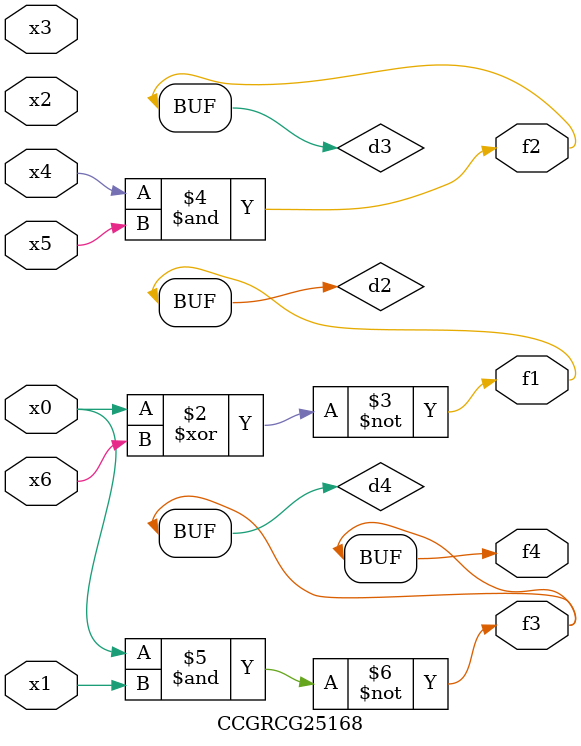
<source format=v>
module CCGRCG25168(
	input x0, x1, x2, x3, x4, x5, x6,
	output f1, f2, f3, f4
);

	wire d1, d2, d3, d4;

	nor (d1, x0);
	xnor (d2, x0, x6);
	and (d3, x4, x5);
	nand (d4, x0, x1);
	assign f1 = d2;
	assign f2 = d3;
	assign f3 = d4;
	assign f4 = d4;
endmodule

</source>
